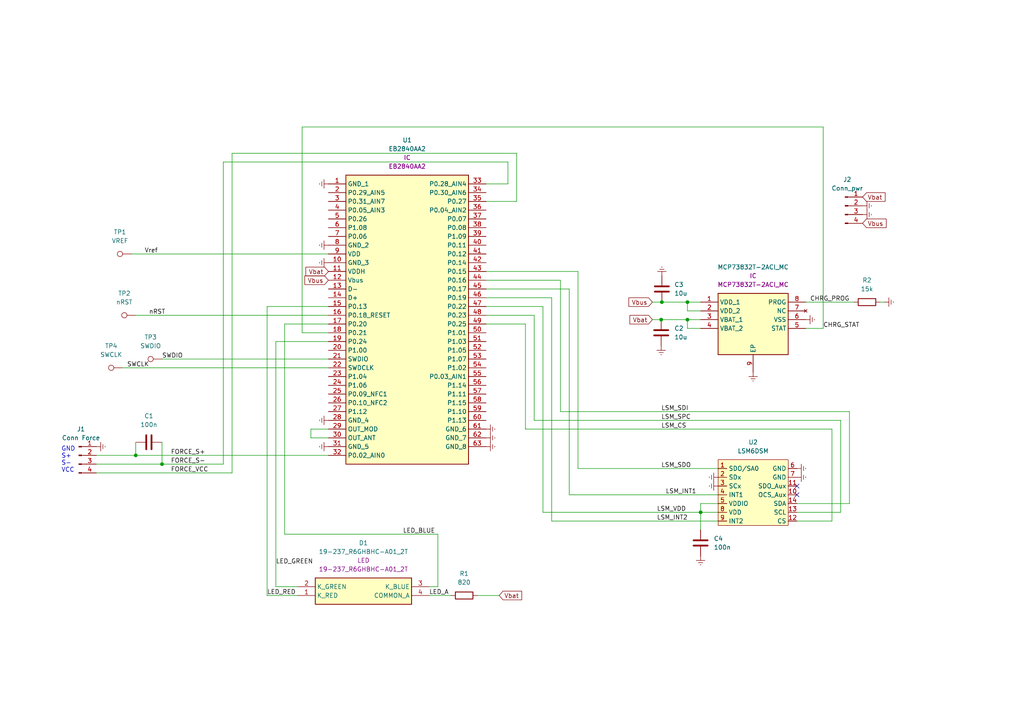
<source format=kicad_sch>
(kicad_sch (version 20211123) (generator eeschema)
  (paper "A4")
  (lib_symbols
    (symbol "Connector:Conn_01x04_Male" (pin_names (offset 1.016) hide)
      (property "Reference" "J" (at 0 5.08 0))
      (property "Value" "Conn_01x04_Male" (at 0 -7.62 0))
      (symbol "Conn_01x04_Male_1_1"
        (polyline (pts (xy 1.27 -5.08) (xy 0.8636 -5.08)) (stroke (width 0.1524)))
        (polyline (pts (xy 1.27 -2.54) (xy 0.8636 -2.54)) (stroke (width 0.1524)))
        (polyline (pts (xy 1.27 0) (xy 0.8636 0)) (stroke (width 0.1524)))
        (polyline (pts (xy 1.27 2.54) (xy 0.8636 2.54)) (stroke (width 0.1524)))
        (rectangle (start 0.8636 -4.953) (end 0 -5.207) (stroke (width 0.1524)) (fill (type outline)))
        (rectangle (start 0.8636 -2.413) (end 0 -2.667) (stroke (width 0.1524)) (fill (type outline)))
        (rectangle (start 0.8636 0.127) (end 0 -0.127) (stroke (width 0.1524)) (fill (type outline)))
        (rectangle (start 0.8636 2.667) (end 0 2.413) (stroke (width 0.1524)) (fill (type outline)))
        (pin passive line (at 5.08 2.54 180) (length 3.81) (name "Pin_1") (number "1"))
        (pin passive line (at 5.08 0 180) (length 3.81) (name "Pin_2") (number "2"))
        (pin passive line (at 5.08 -2.54 180) (length 3.81) (name "Pin_3") (number "3"))
        (pin passive line (at 5.08 -5.08 180) (length 3.81) (name "Pin_4") (number "4"))
      )
    )
    (symbol "Connector:TestPoint" (pin_numbers hide) (pin_names (offset 0.762) hide)
      (property "Reference" "TP" (at 0 6.858 0))
      (property "Value" "TestPoint" (at 0 5.08 0))
      (symbol "TestPoint_0_1"
        (circle (center 0 3.302) (radius 0.762))
      )
      (symbol "TestPoint_1_1"
        (pin passive line (at 0 0 90) (length 2.54) (name "1") (number "1"))
      )
    )
    (symbol "Device:C" (pin_numbers hide) (pin_names (offset 0.254))
      (property "Reference" "C" (at 0.635 2.54 0))
      (property "Value" "C" (at 0.635 -2.54 0))
      (symbol "C_0_1"
        (polyline (pts (xy -2.032 -0.762) (xy 2.032 -0.762)) (stroke (width 0.508)))
        (polyline (pts (xy -2.032 0.762) (xy 2.032 0.762)) (stroke (width 0.508)))
      )
      (symbol "C_1_1"
        (pin passive line (at 0 3.81 270) (length 2.794) (name "~") (number "1"))
        (pin passive line (at 0 -3.81 90) (length 2.794) (name "~") (number "2"))
      )
    )
    (symbol "Device:R" (pin_numbers hide) (pin_names (offset 0))
      (property "Reference" "R" (at 2.032 0 90))
      (property "Value" "R" (at 0 0 90))
      (symbol "R_0_1"
        (rectangle (start -1.016 -2.54) (end 1.016 2.54) (stroke (width 0.254)))
      )
      (symbol "R_1_1"
        (pin passive line (at 0 3.81 270) (length 1.27) (name "~") (number "1"))
        (pin passive line (at 0 -3.81 90) (length 1.27) (name "~") (number "2"))
      )
    )
    (symbol "LarsLib:19-237_R6GHBHC-A01_2T"
      (property "Value" "19-237_R6GHBHC-A01_2T" (at 19.05 3.81 0))
      (property "Reference_1" "LED" (at 34.29 7.62 0))
      (property "Value_1" "19-237_R6GHBHC-A01_2T" (at 34.29 5.08 0))
      (symbol "19-237_R6GHBHC-A01_2T_1_1"
        (rectangle (start 5.08 2.54) (end 33.02 -5.08) (stroke (width 0.254)) (fill (type background)))
        (pin passive line (at 0 -2.54 0) (length 5.08) (name "K_RED") (number "1"))
        (pin passive line (at 0 0 0) (length 5.08) (name "K_GREEN") (number "2"))
        (pin passive line (at 38.1 0 180) (length 5.08) (name "K_BLUE") (number "3"))
        (pin passive line (at 38.1 -2.54 180) (length 5.08) (name "COMMON_A") (number "4"))
      )
    )
    (symbol "LarsLib:EB2840AA2"
      (property "Value" "EB2840AA2" (at 11.43 5.08 0))
      (property "Reference_1" "IC" (at 41.91 7.62 0))
      (property "Value_1" "EB2840AA2" (at 41.91 5.08 0))
      (symbol "EB2840AA2_1_1"
        (rectangle (start 5.08 2.54) (end 40.64 -81.28) (stroke (width 0.254)) (fill (type background)))
        (pin passive line (at 0 0 0) (length 5.08) (name "GND_1") (number "1"))
        (pin passive line (at 0 -22.86 0) (length 5.08) (name "GND_3") (number "10"))
        (pin passive line (at 0 -25.4 0) (length 5.08) (name "VDDH") (number "11"))
        (pin passive line (at 0 -27.94 0) (length 5.08) (name "Vbus") (number "12"))
        (pin passive line (at 0 -30.48 0) (length 5.08) (name "D-") (number "13"))
        (pin passive line (at 0 -33.02 0) (length 5.08) (name "D+") (number "14"))
        (pin passive line (at 0 -35.56 0) (length 5.08) (name "P0.13") (number "15"))
        (pin passive line (at 0 -38.1 0) (length 5.08) (name "P0.18_RESET") (number "16"))
        (pin passive line (at 0 -40.64 0) (length 5.08) (name "P0.20") (number "17"))
        (pin passive line (at 0 -43.18 0) (length 5.08) (name "P0.21") (number "18"))
        (pin passive line (at 0 -45.72 0) (length 5.08) (name "P0.24") (number "19"))
        (pin passive line (at 0 -2.54 0) (length 5.08) (name "P0.29_AIN5") (number "2"))
        (pin passive line (at 0 -48.26 0) (length 5.08) (name "P1.00") (number "20"))
        (pin passive line (at 0 -50.8 0) (length 5.08) (name "SWDIO") (number "21"))
        (pin passive line (at 0 -53.34 0) (length 5.08) (name "SWDCLK") (number "22"))
        (pin passive line (at 0 -55.88 0) (length 5.08) (name "P1.04") (number "23"))
        (pin passive line (at 0 -58.42 0) (length 5.08) (name "P1.06") (number "24"))
        (pin passive line (at 0 -60.96 0) (length 5.08) (name "P0.09_NFC1") (number "25"))
        (pin passive line (at 0 -63.5 0) (length 5.08) (name "P0.10_NFC2") (number "26"))
        (pin passive line (at 0 -66.04 0) (length 5.08) (name "P1.12") (number "27"))
        (pin passive line (at 0 -68.58 0) (length 5.08) (name "GND_4") (number "28"))
        (pin passive line (at 0 -71.12 0) (length 5.08) (name "OUT_MOD") (number "29"))
        (pin passive line (at 0 -5.08 0) (length 5.08) (name "P0.31_AIN7") (number "3"))
        (pin passive line (at 0 -73.66 0) (length 5.08) (name "OUT_ANT") (number "30"))
        (pin passive line (at 0 -76.2 0) (length 5.08) (name "GND_5") (number "31"))
        (pin passive line (at 0 -78.74 0) (length 5.08) (name "P0.02_AIN0") (number "32"))
        (pin passive line (at 45.72 0 180) (length 5.08) (name "P0.28_AIN4") (number "33"))
        (pin passive line (at 45.72 -2.54 180) (length 5.08) (name "P0.30_AIN6") (number "34"))
        (pin passive line (at 45.72 -5.08 180) (length 5.08) (name "P0.27") (number "35"))
        (pin passive line (at 45.72 -7.62 180) (length 5.08) (name "P0.04_AIN2") (number "36"))
        (pin passive line (at 45.72 -10.16 180) (length 5.08) (name "P0.07") (number "37"))
        (pin passive line (at 45.72 -12.7 180) (length 5.08) (name "P0.08") (number "38"))
        (pin passive line (at 45.72 -15.24 180) (length 5.08) (name "P1.09") (number "39"))
        (pin passive line (at 0 -7.62 0) (length 5.08) (name "P0.05_AIN3") (number "4"))
        (pin passive line (at 45.72 -17.78 180) (length 5.08) (name "P0.11") (number "40"))
        (pin passive line (at 45.72 -20.32 180) (length 5.08) (name "P0.12") (number "41"))
        (pin passive line (at 45.72 -22.86 180) (length 5.08) (name "P0.14") (number "42"))
        (pin passive line (at 45.72 -25.4 180) (length 5.08) (name "P0.15") (number "43"))
        (pin passive line (at 45.72 -27.94 180) (length 5.08) (name "P0.16") (number "44"))
        (pin passive line (at 45.72 -30.48 180) (length 5.08) (name "P0.17") (number "45"))
        (pin passive line (at 45.72 -33.02 180) (length 5.08) (name "P0.19") (number "46"))
        (pin passive line (at 45.72 -35.56 180) (length 5.08) (name "P0.22") (number "47"))
        (pin passive line (at 45.72 -38.1 180) (length 5.08) (name "P0.23") (number "48"))
        (pin passive line (at 45.72 -40.64 180) (length 5.08) (name "P0.25") (number "49"))
        (pin passive line (at 0 -10.16 0) (length 5.08) (name "P0.26") (number "5"))
        (pin passive line (at 45.72 -43.18 180) (length 5.08) (name "P1.01") (number "50"))
        (pin passive line (at 45.72 -45.72 180) (length 5.08) (name "P1.03") (number "51"))
        (pin passive line (at 45.72 -48.26 180) (length 5.08) (name "P1.05") (number "52"))
        (pin passive line (at 45.72 -50.8 180) (length 5.08) (name "P1.07") (number "53"))
        (pin passive line (at 45.72 -53.34 180) (length 5.08) (name "P1.02") (number "54"))
        (pin passive line (at 45.72 -55.88 180) (length 5.08) (name "P0.03_AIN1") (number "55"))
        (pin passive line (at 45.72 -58.42 180) (length 5.08) (name "P1.14") (number "56"))
        (pin passive line (at 45.72 -60.96 180) (length 5.08) (name "P1.11") (number "57"))
        (pin passive line (at 45.72 -63.5 180) (length 5.08) (name "P1.15") (number "58"))
        (pin passive line (at 45.72 -66.04 180) (length 5.08) (name "P1.10") (number "59"))
        (pin passive line (at 0 -12.7 0) (length 5.08) (name "P1.08") (number "6"))
        (pin passive line (at 45.72 -68.58 180) (length 5.08) (name "P1.13") (number "60"))
        (pin passive line (at 45.72 -71.12 180) (length 5.08) (name "GND_6") (number "61"))
        (pin passive line (at 45.72 -73.66 180) (length 5.08) (name "GND_7") (number "62"))
        (pin passive line (at 45.72 -76.2 180) (length 5.08) (name "GND_8") (number "63"))
        (pin passive line (at 0 -15.24 0) (length 5.08) (name "P0.06") (number "7"))
        (pin passive line (at 0 -17.78 0) (length 5.08) (name "GND_2") (number "8"))
        (pin passive line (at 0 -20.32 0) (length 5.08) (name "VDD") (number "9"))
      )
    )
    (symbol "LarsLib:LSM6DSM"
      (property "Reference" "U?" (at 21.59 15.24 0))
      (property "Value" "LSM6DSM" (at 21.59 12.7 0))
      (symbol "LSM6DSM_0_0"
        (pin unspecified line (at 11.43 8.89 0) (length 2.54) (name "SDO/SA0") (number "1"))
        (pin unspecified line (at 34.29 1.27 180) (length 2.54) (name "OCS_Aux") (number "10"))
        (pin unspecified line (at 34.29 3.81 180) (length 2.54) (name "SDO_Aux") (number "11"))
        (pin unspecified line (at 34.29 -6.35 180) (length 2.54) (name "CS") (number "12"))
        (pin unspecified line (at 34.29 -3.81 180) (length 2.54) (name "SCL") (number "13"))
        (pin unspecified line (at 34.29 -1.27 180) (length 2.54) (name "SDA") (number "14"))
        (pin unspecified line (at 11.43 6.35 0) (length 2.54) (name "SDx") (number "2"))
        (pin unspecified line (at 11.43 3.81 0) (length 2.54) (name "SCx") (number "3"))
        (pin unspecified line (at 11.43 1.27 0) (length 2.54) (name "INT1") (number "4"))
        (pin unspecified line (at 11.43 -1.27 0) (length 2.54) (name "VDDIO") (number "5"))
        (pin unspecified line (at 34.29 8.89 180) (length 2.54) (name "GND") (number "6"))
        (pin unspecified line (at 34.29 6.35 180) (length 2.54) (name "GND") (number "7"))
        (pin unspecified line (at 11.43 -3.81 0) (length 2.54) (name "VDD") (number "8"))
        (pin unspecified line (at 11.43 -6.35 0) (length 2.54) (name "INT2") (number "9"))
      )
      (symbol "LSM6DSM_0_1"
        (rectangle (start 11.43 11.43) (end 31.75 -7.62) (fill (type background)))
      )
    )
    (symbol "LarsLib:MCP73832T-2ACI_MC"
      (property "Value" "MCP73832T-2ACI_MC" (at 15.24 3.81 0))
      (property "Reference_1" "IC" (at 26.67 7.62 0))
      (property "Value_1" "MCP73832T-2ACI_MC" (at 26.67 5.08 0))
      (symbol "MCP73832T-2ACI_MC_1_1"
        (rectangle (start 5.08 2.54) (end 25.4 -15.24) (stroke (width 0.254)) (fill (type background)))
        (pin passive line (at 0 0 0) (length 5.08) (name "VDD_1") (number "1"))
        (pin passive line (at 0 -2.54 0) (length 5.08) (name "VDD_2") (number "2"))
        (pin passive line (at 0 -5.08 0) (length 5.08) (name "VBAT_1") (number "3"))
        (pin passive line (at 0 -7.62 0) (length 5.08) (name "VBAT_2") (number "4"))
        (pin passive line (at 30.48 -7.62 180) (length 5.08) (name "STAT") (number "5"))
        (pin passive line (at 30.48 -5.08 180) (length 5.08) (name "VSS") (number "6"))
        (pin no_connect line (at 30.48 -2.54 180) (length 5.08) (name "NC") (number "7"))
        (pin passive line (at 30.48 0 180) (length 5.08) (name "PROG") (number "8"))
        (pin passive line (at 15.24 -20.32 90) (length 5.08) (name "EP") (number "9"))
      )
    )
    (symbol "power:Earth" (power) (pin_names (offset 0))
      (symbol "Earth_0_1"
        (polyline (pts (xy -0.635 -1.905) (xy 0.635 -1.905)))
        (polyline (pts (xy -0.127 -2.54) (xy 0.127 -2.54)))
        (polyline (pts (xy 0 -1.27) (xy 0 0)))
        (polyline (pts (xy 1.27 -1.27) (xy -1.27 -1.27)))
      )
      (symbol "Earth_1_1"
        (pin power_in line (at 0 0 270) (length 0) hide (name "Earth") (number "1"))
      )
    )
  )
  (junction (at 203.2 148.59))
  (junction (at 199.39 87.63))
  (junction (at 39.37 132.08))
  (junction (at 191.77 92.71))
  (junction (at 199.39 92.71))
  (junction (at 191.9665 87.63))
  (junction (at 46.99 134.62))
  (no_connect (at 231.14 140.97))
  (no_connect (at 231.14 143.51))
  (wire (pts (xy 199.39 95.25) (xy 199.39 92.71)))
  (wire (pts (xy 124.46 172.72) (xy 130.81 172.72)))
  (wire (pts (xy 46.99 134.62) (xy 64.77 134.62)))
  (wire (pts (xy 82.55 93.98) (xy 95.25 93.98)))
  (wire (pts (xy 154.94 91.44) (xy 140.97 91.44)))
  (wire (pts (xy 231.14 148.59) (xy 243.84 148.59)))
  (wire (pts (xy 191.9665 87.63) (xy 199.39 87.63)))
  (wire (pts (xy 147.32 46.99) (xy 147.32 53.34)))
  (wire (pts (xy 127 170.18) (xy 127 154.94)))
  (wire (pts (xy 46.99 128.27) (xy 46.99 134.62)))
  (wire (pts (xy 199.39 90.17) (xy 199.39 87.63)))
  (wire (pts (xy 138.43 172.72) (xy 144.78 172.72)))
  (wire (pts (xy 27.94 132.08) (xy 39.37 132.08)))
  (wire (pts (xy 38.1 73.66) (xy 95.25 73.66)))
  (wire (pts (xy 152.4 93.98) (xy 140.97 93.98)))
  (wire (pts (xy 203.2 148.59) (xy 157.48 148.59)))
  (wire (pts (xy 255.27 87.63) (xy 256.54 87.63)))
  (wire (pts (xy 243.84 121.92) (xy 154.94 121.92)))
  (wire (pts (xy 231.14 151.13) (xy 241.3 151.13)))
  (wire (pts (xy 149.86 58.42) (xy 149.86 44.45)))
  (wire (pts (xy 167.64 135.89) (xy 208.28 135.89)))
  (wire (pts (xy 82.55 93.98) (xy 82.55 154.94)))
  (wire (pts (xy 203.2 148.59) (xy 208.28 148.59)))
  (wire (pts (xy 165.1 83.82) (xy 165.1 143.51)))
  (wire (pts (xy 95.25 124.46) (xy 90.17 124.46)))
  (wire (pts (xy 203.2 95.25) (xy 199.39 95.25)))
  (wire (pts (xy 152.4 124.46) (xy 152.4 93.98)))
  (wire (pts (xy 189.23 87.63) (xy 191.9665 87.63)))
  (wire (pts (xy 77.47 88.9) (xy 77.47 172.72)))
  (wire (pts (xy 90.17 127) (xy 95.25 127)))
  (wire (pts (xy 27.94 134.62) (xy 46.99 134.62)))
  (wire (pts (xy 127 170.18) (xy 124.46 170.18)))
  (wire (pts (xy 191.77 92.71) (xy 199.39 92.71)))
  (wire (pts (xy 233.68 87.63) (xy 247.65 87.63)))
  (wire (pts (xy 80.01 170.18) (xy 86.36 170.18)))
  (wire (pts (xy 64.77 46.99) (xy 147.32 46.99)))
  (wire (pts (xy 165.1 143.51) (xy 208.28 143.51)))
  (wire (pts (xy 246.38 146.05) (xy 231.14 146.05)))
  (wire (pts (xy 77.47 172.72) (xy 86.36 172.72)))
  (wire (pts (xy 203.2 90.17) (xy 199.39 90.17)))
  (wire (pts (xy 160.02 151.13) (xy 208.28 151.13)))
  (wire (pts (xy 147.32 53.34) (xy 140.97 53.34)))
  (wire (pts (xy 140.97 83.82) (xy 165.1 83.82)))
  (wire (pts (xy 162.56 119.38) (xy 246.38 119.38)))
  (wire (pts (xy 241.3 151.13) (xy 241.3 124.46)))
  (wire (pts (xy 149.86 44.45) (xy 67.31 44.45)))
  (wire (pts (xy 127 154.94) (xy 82.55 154.94)))
  (wire (pts (xy 157.48 148.59) (xy 157.48 88.9)))
  (wire (pts (xy 140.97 81.28) (xy 162.56 81.28)))
  (wire (pts (xy 140.97 86.36) (xy 160.02 86.36)))
  (wire (pts (xy 39.37 128.27) (xy 39.37 132.08)))
  (wire (pts (xy 160.02 86.36) (xy 160.02 151.13)))
  (wire (pts (xy 39.37 132.08) (xy 95.25 132.08)))
  (wire (pts (xy 95.25 104.14) (xy 46.99 104.14)))
  (wire (pts (xy 90.17 124.46) (xy 90.17 127)))
  (wire (pts (xy 189.23 92.71) (xy 191.77 92.71)))
  (wire (pts (xy 80.01 99.06) (xy 80.01 170.18)))
  (wire (pts (xy 67.31 44.45) (xy 67.31 137.16)))
  (wire (pts (xy 199.39 87.63) (xy 203.2 87.63)))
  (wire (pts (xy 241.3 124.46) (xy 152.4 124.46)))
  (wire (pts (xy 87.63 36.83) (xy 238.76 36.83)))
  (wire (pts (xy 246.38 119.38) (xy 246.38 146.05)))
  (wire (pts (xy 80.01 99.06) (xy 95.25 99.06)))
  (wire (pts (xy 199.39 92.71) (xy 203.2 92.71)))
  (wire (pts (xy 243.84 148.59) (xy 243.84 121.92)))
  (wire (pts (xy 208.28 146.05) (xy 203.2 146.05)))
  (wire (pts (xy 87.63 96.52) (xy 87.63 36.83)))
  (wire (pts (xy 162.56 81.28) (xy 162.56 119.38)))
  (wire (pts (xy 203.2 146.05) (xy 203.2 148.59)))
  (wire (pts (xy 95.25 88.9) (xy 77.47 88.9)))
  (wire (pts (xy 203.2 153.67) (xy 203.2 148.59)))
  (wire (pts (xy 238.76 36.83) (xy 238.76 95.25)))
  (wire (pts (xy 140.97 78.74) (xy 167.64 78.74)))
  (wire (pts (xy 27.94 137.16) (xy 67.31 137.16)))
  (wire (pts (xy 39.37 91.44) (xy 95.25 91.44)))
  (wire (pts (xy 167.64 78.74) (xy 167.64 135.89)))
  (wire (pts (xy 154.94 121.92) (xy 154.94 91.44)))
  (wire (pts (xy 140.97 58.42) (xy 149.86 58.42)))
  (wire (pts (xy 64.77 46.99) (xy 64.77 134.62)))
  (wire (pts (xy 233.68 95.25) (xy 238.76 95.25)))
  (wire (pts (xy 35.56 106.68) (xy 95.25 106.68)))
  (wire (pts (xy 157.48 88.9) (xy 140.97 88.9)))
  (wire (pts (xy 95.25 96.52) (xy 87.63 96.52)))
  (text "GND\nS+\nS-\nVCC" (at 17.78 137.16 0) (effects (font (size 1.27 1.27)) (justify left bottom)))
  (label "LED_RED" (at 77.47 172.72 0))
  (label "SWDIO" (at 46.99 104.14 0))
  (label "Vref" (at 41.91 73.66 0))
  (label "LED_GREEN" (at 80.01 163.83 0))
  (label "LSM_CS" (at 191.77 124.46 0))
  (label "SWCLK" (at 36.83 106.68 0))
  (label "CHRG_STAT" (at 238.76 95.25 0))
  (label "FORCE_S+" (at 49.53 132.08 0))
  (label "FORCE_VCC" (at 49.53 137.16 0))
  (label "FORCE_S-" (at 49.53 134.62 0))
  (label "CHRG_PROG" (at 234.95 87.63 0))
  (label "LSM_INT2" (at 190.5 151.13 0))
  (label "LED_BLUE" (at 116.84 154.94 0))
  (label "nRST" (at 43.18 91.44 0))
  (label "LSM_SDO" (at 191.77 135.89 0))
  (label "LSM_INT1" (at 193.04 143.51 0))
  (label "LSM_SPC" (at 191.77 121.92 0))
  (label "LED_A" (at 124.46 172.72 0))
  (label "LSM_SDI" (at 191.77 119.38 0))
  (label "LSM_VDD" (at 190.5 148.59 0))
  (global_label "Vbat" (shape input) (at 250.19 57.15 0) (property "Intersheet References" "${INTERSHEET_REFS}" (effects hide)))
  (global_label "Vbus" (shape input) (at 189.23 87.63 180) (property "Intersheet References" "${INTERSHEET_REFS}" (effects hide)))
  (global_label "Vbus" (shape input) (at 95.25 81.28 180) (property "Intersheet References" "${INTERSHEET_REFS}" (effects hide)))
  (global_label "Vbus" (shape input) (at 250.19 64.77 0) (property "Intersheet References" "${INTERSHEET_REFS}" (effects hide)))
  (global_label "Vbat" (shape input) (at 189.23 92.71 180) (property "Intersheet References" "${INTERSHEET_REFS}" (effects hide)))
  (global_label "Vbat" (shape input) (at 144.78 172.72 0) (property "Intersheet References" "${INTERSHEET_REFS}" (effects hide)))
  (global_label "Vbat" (shape input) (at 95.25 78.74 180) (property "Intersheet References" "${INTERSHEET_REFS}" (effects hide)))
  (symbol (lib_id "power:Earth") (at 95.25 71.12 270) (unit 1)
    (property "Reference" "#PWR03" (effects hide))
    (property "Value" "Earth" (effects hide))
  )
  (symbol (lib_id "Connector:TestPoint") (at 46.99 104.14 90) (unit 1)
    (property "Reference" "TP3" (at 43.688 97.79 90))
    (property "Value" "SWDIO" (at 43.688 100.33 90))
    (property "Footprint" "LarsLib:uTP" (effects hide))
  )
  (symbol (lib_id "power:Earth") (at 95.25 76.2 270) (unit 1)
    (property "Reference" "#PWR04" (effects hide))
    (property "Value" "Earth" (effects hide))
  )
  (symbol (lib_id "power:Earth") (at 250.19 59.69 90) (unit 1)
    (property "Reference" "#PWR019" (effects hide))
    (property "Value" "Earth" (effects hide))
  )
  (symbol (lib_id "power:Earth") (at 231.14 135.89 90) (unit 1)
    (property "Reference" "#PWR016" (effects hide))
    (property "Value" "Earth" (effects hide))
  )
  (symbol (lib_id "power:Earth") (at 231.14 138.43 90) (unit 1)
    (property "Reference" "#PWR017" (effects hide))
    (property "Value" "Earth" (effects hide))
  )
  (symbol (lib_id "Device:C") (at 191.9665 83.82 0) (unit 1)
    (property "Reference" "C3" (at 195.58 82.5499 0) (effects (justify left)))
    (property "Value" "10u" (at 195.58 85.0899 0) (effects (justify left)))
    (property "Footprint" "Capacitor_SMD:C_0603_1608Metric" (effects hide))
    (property "LCSC" "C19702" (effects hide))
    (property "JLC" "0603" (effects hide))
  )
  (symbol (lib_id "Device:C") (at 43.18 128.27 90) (unit 1)
    (property "Reference" "C1" (at 43.18 120.65 90))
    (property "Value" "100n" (at 43.18 123.19 90))
    (property "Footprint" "Capacitor_SMD:C_0603_1608Metric" (effects hide))
    (property "LCSC" "C14663" (effects hide))
    (property "JLC" "0603" (effects hide))
  )
  (symbol (lib_id "Connector:Conn_01x04_Male") (at 22.86 132.08 0) (unit 1)
    (property "Reference" "J1" (at 23.495 124.46 0))
    (property "Value" "Conn Force" (at 23.495 127 0))
    (property "Footprint" "Connector_PinHeader_1.27mm:PinHeader_1x04_P1.27mm_Vertical" (effects hide))
  )
  (symbol (lib_id "power:Earth") (at 191.9665 80.01 180) (unit 1)
    (property "Reference" "#PWR011" (effects hide))
    (property "Value" "Earth" (effects hide))
  )
  (symbol (lib_id "Device:R") (at 134.62 172.72 90) (unit 1)
    (property "Reference" "R1" (at 134.62 166.37 90))
    (property "Value" "820" (at 134.62 168.91 90))
    (property "Footprint" "Resistor_SMD:R_0603_1608Metric" (effects hide))
    (property "LCSC" "C23253" (effects hide))
    (property "JLC" "0603 " (effects hide))
  )
  (symbol (lib_id "power:Earth") (at 208.28 140.97 270) (unit 1)
    (property "Reference" "#PWR014" (effects hide))
    (property "Value" "Earth" (effects hide))
  )
  (symbol (lib_id "Device:R") (at 251.46 87.63 270) (mirror x) (unit 1)
    (property "Reference" "R2" (at 251.46 81.28 90))
    (property "Value" "15k" (at 251.46 83.82 90))
    (property "Footprint" "Resistor_SMD:R_0603_1608Metric" (effects hide))
    (property "LCSC" "C22809" (effects hide))
    (property "JLC" "0603" (effects hide))
  )
  (symbol (lib_id "power:Earth") (at 256.54 87.63 90) (unit 1)
    (property "Reference" "#PWR021" (effects hide))
    (property "Value" "Earth" (effects hide))
  )
  (symbol (lib_id "power:Earth") (at 233.68 92.71 90) (unit 1)
    (property "Reference" "#PWR018" (effects hide))
    (property "Value" "Earth" (effects hide))
  )
  (symbol (lib_id "power:Earth") (at 95.25 121.92 270) (unit 1)
    (property "Reference" "#PWR05" (effects hide))
    (property "Value" "Earth" (effects hide))
  )
  (symbol (lib_id "power:Earth") (at 218.44 107.95 0) (unit 1)
    (property "Reference" "#PWR015" (effects hide))
    (property "Value" "Earth" (effects hide))
  )
  (symbol (lib_id "Device:C") (at 203.2 157.48 0) (unit 1)
    (property "Reference" "C4" (at 207.01 156.2099 0) (effects (justify left)))
    (property "Value" "100n" (at 207.01 158.7499 0) (effects (justify left)))
    (property "Footprint" "Capacitor_SMD:C_0603_1608Metric" (effects hide))
    (property "LCSC" "C14663" (effects hide))
    (property "JLC" "0603" (effects hide))
  )
  (symbol (lib_id "LarsLib:MCP73832T-2ACI_MC") (at 203.2 87.63 0) (unit 1)
    (property "Reference" "U3" (at 218.44 76.2 0) (effects (font (size 0 0))))
    (property "Value" "MCP73832T-2ACI_MC" (at 218.44 77.47 0))
    (property "Footprint" "LarsLib:SON50P300X200X100-9N-D" (effects hide))
    (property "Datasheet" "https://www.mouser.se/datasheet/2/268/MCHP_S_A0010728890_1-2521060.pdf" (effects hide))
    (property "Reference_1" "IC" (at 218.44 80.01 0))
    (property "Value_1" "MCP73832T-2ACI_MC" (at 218.44 82.55 0))
    (property "Footprint_1" "SON50P300X200X100-9N-D" (effects hide))
    (property "Datasheet_1" "http://ww1.microchip.com/downloads/en/DeviceDoc/20001984g.pdf" (effects hide))
    (property "Height" "1" (effects hide))
    (property "Mouser Part Number" "579-MCP73832T-2ACIMC" (effects hide))
    (property "Mouser Price/Stock" "https://www.mouser.co.uk/ProductDetail/Microchip-Technology/MCP73832T-2ACI-MC?qs=yUQqVecv4qsHSZ5q80S33Q%3D%3D" (effects hide))
    (property "Manufacturer_Name" "Microchip" (effects hide))
    (property "Manufacturer_Part_Number" "MCP73832T-2ACI/MC" (effects hide))
    (property "LCSC" "C511264" (effects hide))
    (property "JLC" "DFN-8-EP(2x3)" (effects hide))
  )
  (symbol (lib_id "Device:C") (at 191.77 96.52 0) (unit 1)
    (property "Reference" "C2" (at 195.58 95.2499 0) (effects (justify left)))
    (property "Value" "10u" (at 195.58 97.7899 0) (effects (justify left)))
    (property "Footprint" "Capacitor_SMD:C_0603_1608Metric" (effects hide))
    (property "LCSC" "C19702" (effects hide))
    (property "JLC" "0603" (effects hide))
  )
  (symbol (lib_id "LarsLib:EB2840AA2") (at 95.25 53.34 0) (unit 1)
    (property "Reference" "U1" (at 118.11 40.64 0))
    (property "Value" "EB2840AA2" (at 118.11 43.18 0))
    (property "Footprint" "LarsLib:EB2840AA2" (effects hide))
    (property "Datasheet" "https://www.mouser.se/datasheet/2/1113/EB2840AA1_AA2_DataReport_V1_0_20230326E_3822580000-3177002.pdf" (effects hide))
    (property "Reference_1" "IC" (at 118.11 45.72 0))
    (property "Value_1" "EB2840AA2" (at 118.11 48.26 0))
    (property "Footprint_1" "EB2840AA2" (effects hide))
    (property "Datasheet_1" "https://www.kagafei.com/jp/_cache_cefc/content/EB2840AA1_AA2_DataSheet_V1_1_20230914E-3822580000294312.pdf" (effects hide))
    (property "Height" "2" (effects hide))
    (property "Manufacturer_Name" "EverPro" (effects hide))
    (property "Manufacturer_Part_Number" "EB2840AA2" (effects hide))
    (property "Distributor" "chip1stop" (effects hide))
    (property "Distributor_Part_Number" "KGFE-0000020" (effects hide))
  )
  (symbol (lib_id "power:Earth") (at 95.25 53.34 270) (unit 1)
    (property "Reference" "#PWR02" (effects hide))
    (property "Value" "Earth" (effects hide))
  )
  (symbol (lib_id "Connector:TestPoint") (at 38.1 73.66 90) (unit 1)
    (property "Reference" "TP1" (at 34.798 67.31 90))
    (property "Value" "VREF" (at 34.798 69.85 90))
    (property "Footprint" "LarsLib:uTP" (effects hide))
  )
  (symbol (lib_id "power:Earth") (at 140.97 124.46 90) (unit 1)
    (property "Reference" "#PWR07" (effects hide))
    (property "Value" "Earth" (effects hide))
  )
  (symbol (lib_id "power:Earth") (at 140.97 127 90) (unit 1)
    (property "Reference" "#PWR08" (effects hide))
    (property "Value" "Earth" (effects hide))
  )
  (symbol (lib_id "LarsLib:LSM6DSM") (at 196.85 144.78 0) (unit 1)
    (property "Reference" "U2" (at 218.44 128.27 0))
    (property "Value" "LSM6DSM" (at 218.44 130.81 0))
    (property "Footprint" "LarsLib:LSM6DSM" (effects hide))
    (property "Datasheet" "https://www.mouser.se/pdfdocs/enDM00237456.pdf" (effects hide))
    (property "LCSC" "C94048" (effects hide))
    (property "JLC" "LGA-14(2.5x3)" (effects hide))
  )
  (symbol (lib_id "power:Earth") (at 95.25 129.54 270) (unit 1)
    (property "Reference" "#PWR06" (effects hide))
    (property "Value" "Earth" (effects hide))
  )
  (symbol (lib_id "power:Earth") (at 140.97 129.54 90) (unit 1)
    (property "Reference" "#PWR09" (effects hide))
    (property "Value" "Earth" (effects hide))
  )
  (symbol (lib_id "LarsLib:19-237_R6GHBHC-A01_2T") (at 86.36 170.18 0) (unit 1)
    (property "Reference" "D1" (at 105.41 157.48 0))
    (property "Value" "19-237_R6GHBHC-A01_2T" (at 105.41 160.02 0))
    (property "Footprint" "LarsLib:19237R6GHBHCA012T" (effects hide))
    (property "Datasheet" "https://componentsearchengine.com/Datasheets/1/19-237_R6GHBHC-A01_2T.pdf" (effects hide))
    (property "Reference_1" "LED" (at 105.41 162.56 0))
    (property "Value_1" "19-237_R6GHBHC-A01_2T" (at 105.41 165.1 0))
    (property "Footprint_1" "19237R6GHBHCA012T" (effects hide))
    (property "Datasheet_1" "https://componentsearchengine.com/Datasheets/1/19-237_R6GHBHC-A01_2T.pdf" (effects hide))
    (property "Height" "0.35" (effects hide))
    (property "Mouser Part Number" "638-19237R6GHBHCA01" (effects hide))
    (property "Mouser Price/Stock" "https://www.mouser.co.uk/ProductDetail/Everlight/19-237-R6GHBHC-A01-2T?qs=8cKuZ6Ok2lYUXQkGhGNjkg%3D%3D" (effects hide))
    (property "Manufacturer_Name" "Everlight" (effects hide))
    (property "Manufacturer_Part_Number" "19-237/R6GHBHC-A01/2T" (effects hide))
    (property "LCSC" "C60105" (effects hide))
    (property "JLC" "0606 " (effects hide))
  )
  (symbol (lib_id "Connector:TestPoint") (at 35.56 106.68 90) (unit 1)
    (property "Reference" "TP4" (at 32.258 100.33 90))
    (property "Value" "SWCLK" (at 32.258 102.87 90))
    (property "Footprint" "LarsLib:uTP" (effects hide))
  )
  (symbol (lib_id "power:Earth") (at 208.28 138.43 270) (unit 1)
    (property "Reference" "#PWR013" (effects hide))
    (property "Value" "Earth" (effects hide))
  )
  (symbol (lib_id "power:Earth") (at 250.19 62.23 90) (unit 1)
    (property "Reference" "#PWR020" (effects hide))
    (property "Value" "Earth" (effects hide))
  )
  (symbol (lib_id "power:Earth") (at 203.2 161.29 0) (unit 1)
    (property "Reference" "#PWR012" (effects hide))
    (property "Value" "Earth" (effects hide))
  )
  (symbol (lib_id "power:Earth") (at 27.94 129.54 90) (unit 1)
    (property "Reference" "#PWR01" (effects hide))
    (property "Value" "Earth" (effects hide))
  )
  (symbol (lib_id "power:Earth") (at 191.77 100.33 0) (unit 1)
    (property "Reference" "#PWR010" (effects hide))
    (property "Value" "Earth" (effects hide))
  )
  (symbol (lib_id "Connector:TestPoint") (at 39.37 91.44 90) (unit 1)
    (property "Reference" "TP2" (at 36.068 85.09 90))
    (property "Value" "nRST" (at 36.068 87.63 90))
    (property "Footprint" "LarsLib:uTP" (effects hide))
  )
  (symbol (lib_id "Connector:Conn_01x04_Male") (at 245.11 59.69 0) (unit 1)
    (property "Reference" "J2" (at 245.745 52.07 0))
    (property "Value" "Conn_pwr" (at 245.745 54.61 0))
    (property "Footprint" "Connector_PinHeader_1.27mm:PinHeader_1x04_P1.27mm_Vertical" (effects hide))
  )
)
</source>
